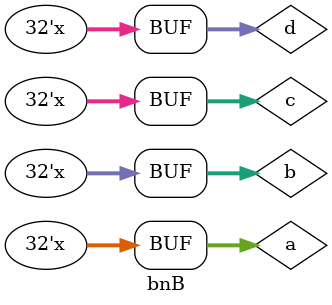
<source format=v>
`timescale 1ns / 1ps


module bnB;
integer a, b, c, d;
always @(*)
repeat(4)
begin
#5 a = b + c;
#5 d = a - 3;
#5 b = d + 10;
#5 c = c + 1;
end 
endmodule

</source>
